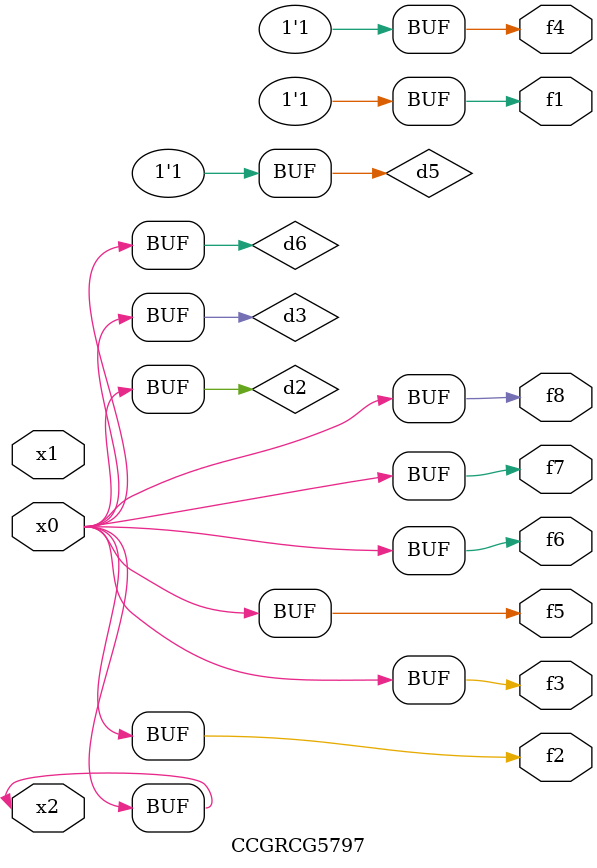
<source format=v>
module CCGRCG5797(
	input x0, x1, x2,
	output f1, f2, f3, f4, f5, f6, f7, f8
);

	wire d1, d2, d3, d4, d5, d6;

	xnor (d1, x2);
	buf (d2, x0, x2);
	and (d3, x0);
	xnor (d4, x1, x2);
	nand (d5, d1, d3);
	buf (d6, d2, d3);
	assign f1 = d5;
	assign f2 = d6;
	assign f3 = d6;
	assign f4 = d5;
	assign f5 = d6;
	assign f6 = d6;
	assign f7 = d6;
	assign f8 = d6;
endmodule

</source>
